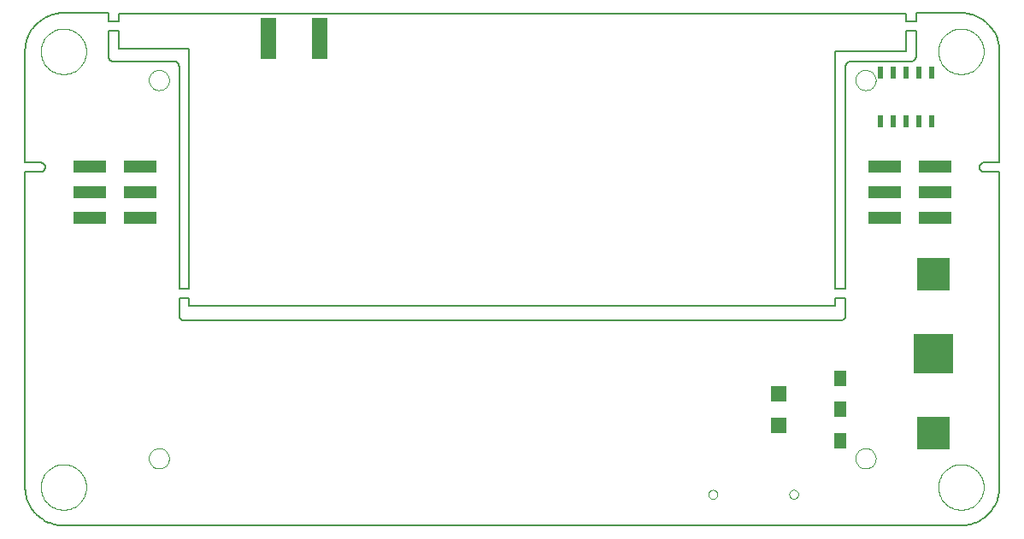
<source format=gbp>
G75*
%MOIN*%
%OFA0B0*%
%FSLAX24Y24*%
%IPPOS*%
%LPD*%
%AMOC8*
5,1,8,0,0,1.08239X$1,22.5*
%
%ADD10C,0.0050*%
%ADD11C,0.0000*%
%ADD12R,0.1560X0.1560*%
%ADD13R,0.1250X0.1250*%
%ADD14R,0.0472X0.0591*%
%ADD15R,0.0591X0.0591*%
%ADD16R,0.0200X0.0500*%
%ADD17R,0.1260X0.0500*%
%ADD18R,0.0600X0.1600*%
D10*
X002625Y004169D02*
X037625Y004169D01*
X037701Y004171D01*
X037777Y004177D01*
X037852Y004186D01*
X037927Y004200D01*
X038001Y004217D01*
X038074Y004238D01*
X038146Y004262D01*
X038217Y004291D01*
X038286Y004322D01*
X038353Y004357D01*
X038418Y004396D01*
X038482Y004438D01*
X038543Y004483D01*
X038602Y004531D01*
X038658Y004582D01*
X038712Y004636D01*
X038763Y004692D01*
X038811Y004751D01*
X038856Y004812D01*
X038898Y004876D01*
X038937Y004941D01*
X038972Y005008D01*
X039003Y005077D01*
X039032Y005148D01*
X039056Y005220D01*
X039077Y005293D01*
X039094Y005367D01*
X039108Y005442D01*
X039117Y005517D01*
X039123Y005593D01*
X039125Y005669D01*
X039125Y017976D01*
X038515Y017976D01*
X038490Y017978D01*
X038465Y017983D01*
X038441Y017992D01*
X038419Y018004D01*
X038399Y018019D01*
X038381Y018037D01*
X038366Y018057D01*
X038354Y018079D01*
X038345Y018103D01*
X038340Y018128D01*
X038338Y018153D01*
X038340Y018178D01*
X038345Y018203D01*
X038354Y018227D01*
X038366Y018249D01*
X038381Y018269D01*
X038399Y018287D01*
X038419Y018302D01*
X038441Y018314D01*
X038465Y018323D01*
X038490Y018328D01*
X038515Y018330D01*
X039125Y018330D01*
X039125Y022669D01*
X039123Y022745D01*
X039117Y022821D01*
X039108Y022896D01*
X039094Y022971D01*
X039077Y023045D01*
X039056Y023118D01*
X039032Y023190D01*
X039003Y023261D01*
X038972Y023330D01*
X038937Y023397D01*
X038898Y023462D01*
X038856Y023526D01*
X038811Y023587D01*
X038763Y023646D01*
X038712Y023702D01*
X038658Y023756D01*
X038602Y023807D01*
X038543Y023855D01*
X038482Y023900D01*
X038418Y023942D01*
X038353Y023981D01*
X038286Y024016D01*
X038217Y024047D01*
X038146Y024076D01*
X038074Y024100D01*
X038001Y024121D01*
X037927Y024138D01*
X037852Y024152D01*
X037777Y024161D01*
X037701Y024167D01*
X037625Y024169D01*
X035869Y024169D01*
X035869Y023854D01*
X035475Y023854D01*
X035475Y024149D01*
X004767Y024149D01*
X004767Y023854D01*
X004373Y023854D01*
X004373Y024169D01*
X002625Y024169D01*
X002549Y024167D01*
X002473Y024161D01*
X002398Y024152D01*
X002323Y024138D01*
X002249Y024121D01*
X002176Y024100D01*
X002104Y024076D01*
X002033Y024047D01*
X001964Y024016D01*
X001897Y023981D01*
X001832Y023942D01*
X001768Y023900D01*
X001707Y023855D01*
X001648Y023807D01*
X001592Y023756D01*
X001538Y023702D01*
X001487Y023646D01*
X001439Y023587D01*
X001394Y023526D01*
X001352Y023462D01*
X001313Y023397D01*
X001278Y023330D01*
X001247Y023261D01*
X001218Y023190D01*
X001194Y023118D01*
X001173Y023045D01*
X001156Y022971D01*
X001142Y022896D01*
X001133Y022821D01*
X001127Y022745D01*
X001125Y022669D01*
X001125Y018330D01*
X001735Y018330D01*
X001760Y018328D01*
X001785Y018323D01*
X001809Y018314D01*
X001831Y018302D01*
X001851Y018287D01*
X001869Y018269D01*
X001884Y018249D01*
X001896Y018227D01*
X001905Y018203D01*
X001910Y018178D01*
X001912Y018153D01*
X001910Y018128D01*
X001905Y018103D01*
X001896Y018079D01*
X001884Y018057D01*
X001869Y018037D01*
X001851Y018019D01*
X001831Y018004D01*
X001809Y017992D01*
X001785Y017983D01*
X001760Y017978D01*
X001735Y017976D01*
X001125Y017976D01*
X001125Y005669D01*
X001127Y005593D01*
X001133Y005517D01*
X001142Y005442D01*
X001156Y005367D01*
X001173Y005293D01*
X001194Y005220D01*
X001218Y005148D01*
X001247Y005077D01*
X001278Y005008D01*
X001313Y004941D01*
X001352Y004876D01*
X001394Y004812D01*
X001439Y004751D01*
X001487Y004692D01*
X001538Y004636D01*
X001592Y004582D01*
X001648Y004531D01*
X001707Y004483D01*
X001768Y004438D01*
X001832Y004396D01*
X001897Y004357D01*
X001964Y004322D01*
X002033Y004291D01*
X002104Y004262D01*
X002176Y004238D01*
X002249Y004217D01*
X002323Y004200D01*
X002398Y004186D01*
X002473Y004177D01*
X002549Y004171D01*
X002625Y004169D01*
X007330Y012169D02*
X032920Y012169D01*
X032946Y012171D01*
X032971Y012176D01*
X032995Y012184D01*
X033019Y012195D01*
X033040Y012210D01*
X033059Y012227D01*
X033076Y012246D01*
X033091Y012268D01*
X033102Y012291D01*
X033110Y012315D01*
X033115Y012340D01*
X033117Y012366D01*
X033117Y013027D01*
X032719Y013027D01*
X032719Y012732D01*
X007523Y012732D01*
X007523Y013027D01*
X007133Y013027D01*
X007133Y012366D01*
X007135Y012340D01*
X007140Y012315D01*
X007148Y012291D01*
X007159Y012268D01*
X007174Y012246D01*
X007191Y012227D01*
X007210Y012210D01*
X007232Y012195D01*
X007255Y012184D01*
X007279Y012176D01*
X007304Y012171D01*
X007330Y012169D01*
X007523Y013421D02*
X007133Y013421D01*
X007133Y022082D01*
X007131Y022108D01*
X007126Y022133D01*
X007118Y022157D01*
X007107Y022181D01*
X007092Y022202D01*
X007075Y022221D01*
X007056Y022238D01*
X007035Y022253D01*
X007011Y022264D01*
X006987Y022272D01*
X006962Y022277D01*
X006936Y022279D01*
X004570Y022279D01*
X004544Y022281D01*
X004519Y022286D01*
X004495Y022294D01*
X004472Y022305D01*
X004450Y022320D01*
X004431Y022337D01*
X004414Y022356D01*
X004399Y022378D01*
X004388Y022401D01*
X004380Y022425D01*
X004375Y022450D01*
X004373Y022476D01*
X004373Y023460D01*
X004767Y023460D01*
X004767Y022771D01*
X007523Y022771D01*
X007523Y013421D01*
X032719Y013421D02*
X033117Y013421D01*
X033117Y022082D01*
X033119Y022108D01*
X033124Y022133D01*
X033132Y022157D01*
X033143Y022181D01*
X033158Y022202D01*
X033175Y022221D01*
X033194Y022238D01*
X033216Y022253D01*
X033239Y022264D01*
X033263Y022272D01*
X033288Y022277D01*
X033314Y022279D01*
X035672Y022279D01*
X035698Y022281D01*
X035723Y022286D01*
X035747Y022294D01*
X035771Y022305D01*
X035792Y022320D01*
X035811Y022337D01*
X035828Y022356D01*
X035843Y022378D01*
X035854Y022401D01*
X035862Y022425D01*
X035867Y022450D01*
X035869Y022476D01*
X035869Y023460D01*
X035475Y023460D01*
X035475Y022673D01*
X032719Y022673D01*
X032719Y013421D01*
D11*
X033511Y006787D02*
X033513Y006826D01*
X033519Y006865D01*
X033529Y006903D01*
X033542Y006940D01*
X033559Y006975D01*
X033579Y007009D01*
X033603Y007040D01*
X033630Y007069D01*
X033659Y007095D01*
X033691Y007118D01*
X033725Y007138D01*
X033761Y007154D01*
X033798Y007166D01*
X033837Y007175D01*
X033876Y007180D01*
X033915Y007181D01*
X033954Y007178D01*
X033993Y007171D01*
X034030Y007160D01*
X034067Y007146D01*
X034102Y007128D01*
X034135Y007107D01*
X034166Y007082D01*
X034194Y007055D01*
X034219Y007025D01*
X034241Y006992D01*
X034260Y006958D01*
X034275Y006922D01*
X034287Y006884D01*
X034295Y006846D01*
X034299Y006807D01*
X034299Y006767D01*
X034295Y006728D01*
X034287Y006690D01*
X034275Y006652D01*
X034260Y006616D01*
X034241Y006582D01*
X034219Y006549D01*
X034194Y006519D01*
X034166Y006492D01*
X034135Y006467D01*
X034102Y006446D01*
X034067Y006428D01*
X034030Y006414D01*
X033993Y006403D01*
X033954Y006396D01*
X033915Y006393D01*
X033876Y006394D01*
X033837Y006399D01*
X033798Y006408D01*
X033761Y006420D01*
X033725Y006436D01*
X033691Y006456D01*
X033659Y006479D01*
X033630Y006505D01*
X033603Y006534D01*
X033579Y006565D01*
X033559Y006599D01*
X033542Y006634D01*
X033529Y006671D01*
X033519Y006709D01*
X033513Y006748D01*
X033511Y006787D01*
X030926Y005387D02*
X030928Y005413D01*
X030934Y005439D01*
X030943Y005463D01*
X030956Y005486D01*
X030973Y005506D01*
X030992Y005524D01*
X031014Y005539D01*
X031037Y005550D01*
X031062Y005558D01*
X031088Y005562D01*
X031114Y005562D01*
X031140Y005558D01*
X031165Y005550D01*
X031189Y005539D01*
X031210Y005524D01*
X031229Y005506D01*
X031246Y005486D01*
X031259Y005463D01*
X031268Y005439D01*
X031274Y005413D01*
X031276Y005387D01*
X031274Y005361D01*
X031268Y005335D01*
X031259Y005311D01*
X031246Y005288D01*
X031229Y005268D01*
X031210Y005250D01*
X031188Y005235D01*
X031165Y005224D01*
X031140Y005216D01*
X031114Y005212D01*
X031088Y005212D01*
X031062Y005216D01*
X031037Y005224D01*
X031013Y005235D01*
X030992Y005250D01*
X030973Y005268D01*
X030956Y005288D01*
X030943Y005311D01*
X030934Y005335D01*
X030928Y005361D01*
X030926Y005387D01*
X027776Y005387D02*
X027778Y005413D01*
X027784Y005439D01*
X027793Y005463D01*
X027806Y005486D01*
X027823Y005506D01*
X027842Y005524D01*
X027864Y005539D01*
X027887Y005550D01*
X027912Y005558D01*
X027938Y005562D01*
X027964Y005562D01*
X027990Y005558D01*
X028015Y005550D01*
X028039Y005539D01*
X028060Y005524D01*
X028079Y005506D01*
X028096Y005486D01*
X028109Y005463D01*
X028118Y005439D01*
X028124Y005413D01*
X028126Y005387D01*
X028124Y005361D01*
X028118Y005335D01*
X028109Y005311D01*
X028096Y005288D01*
X028079Y005268D01*
X028060Y005250D01*
X028038Y005235D01*
X028015Y005224D01*
X027990Y005216D01*
X027964Y005212D01*
X027938Y005212D01*
X027912Y005216D01*
X027887Y005224D01*
X027863Y005235D01*
X027842Y005250D01*
X027823Y005268D01*
X027806Y005288D01*
X027793Y005311D01*
X027784Y005335D01*
X027778Y005361D01*
X027776Y005387D01*
X036739Y005669D02*
X036741Y005728D01*
X036747Y005787D01*
X036757Y005845D01*
X036770Y005903D01*
X036788Y005960D01*
X036809Y006015D01*
X036834Y006069D01*
X036863Y006121D01*
X036895Y006170D01*
X036930Y006218D01*
X036968Y006263D01*
X037009Y006306D01*
X037053Y006346D01*
X037099Y006382D01*
X037148Y006416D01*
X037199Y006446D01*
X037252Y006473D01*
X037307Y006496D01*
X037362Y006515D01*
X037420Y006531D01*
X037478Y006543D01*
X037536Y006551D01*
X037595Y006555D01*
X037655Y006555D01*
X037714Y006551D01*
X037772Y006543D01*
X037830Y006531D01*
X037888Y006515D01*
X037943Y006496D01*
X037998Y006473D01*
X038051Y006446D01*
X038102Y006416D01*
X038151Y006382D01*
X038197Y006346D01*
X038241Y006306D01*
X038282Y006263D01*
X038320Y006218D01*
X038355Y006170D01*
X038387Y006121D01*
X038416Y006069D01*
X038441Y006015D01*
X038462Y005960D01*
X038480Y005903D01*
X038493Y005845D01*
X038503Y005787D01*
X038509Y005728D01*
X038511Y005669D01*
X038509Y005610D01*
X038503Y005551D01*
X038493Y005493D01*
X038480Y005435D01*
X038462Y005378D01*
X038441Y005323D01*
X038416Y005269D01*
X038387Y005217D01*
X038355Y005168D01*
X038320Y005120D01*
X038282Y005075D01*
X038241Y005032D01*
X038197Y004992D01*
X038151Y004956D01*
X038102Y004922D01*
X038051Y004892D01*
X037998Y004865D01*
X037943Y004842D01*
X037888Y004823D01*
X037830Y004807D01*
X037772Y004795D01*
X037714Y004787D01*
X037655Y004783D01*
X037595Y004783D01*
X037536Y004787D01*
X037478Y004795D01*
X037420Y004807D01*
X037362Y004823D01*
X037307Y004842D01*
X037252Y004865D01*
X037199Y004892D01*
X037148Y004922D01*
X037099Y004956D01*
X037053Y004992D01*
X037009Y005032D01*
X036968Y005075D01*
X036930Y005120D01*
X036895Y005168D01*
X036863Y005217D01*
X036834Y005269D01*
X036809Y005323D01*
X036788Y005378D01*
X036770Y005435D01*
X036757Y005493D01*
X036747Y005551D01*
X036741Y005610D01*
X036739Y005669D01*
X033511Y021551D02*
X033513Y021590D01*
X033519Y021629D01*
X033529Y021667D01*
X033542Y021704D01*
X033559Y021739D01*
X033579Y021773D01*
X033603Y021804D01*
X033630Y021833D01*
X033659Y021859D01*
X033691Y021882D01*
X033725Y021902D01*
X033761Y021918D01*
X033798Y021930D01*
X033837Y021939D01*
X033876Y021944D01*
X033915Y021945D01*
X033954Y021942D01*
X033993Y021935D01*
X034030Y021924D01*
X034067Y021910D01*
X034102Y021892D01*
X034135Y021871D01*
X034166Y021846D01*
X034194Y021819D01*
X034219Y021789D01*
X034241Y021756D01*
X034260Y021722D01*
X034275Y021686D01*
X034287Y021648D01*
X034295Y021610D01*
X034299Y021571D01*
X034299Y021531D01*
X034295Y021492D01*
X034287Y021454D01*
X034275Y021416D01*
X034260Y021380D01*
X034241Y021346D01*
X034219Y021313D01*
X034194Y021283D01*
X034166Y021256D01*
X034135Y021231D01*
X034102Y021210D01*
X034067Y021192D01*
X034030Y021178D01*
X033993Y021167D01*
X033954Y021160D01*
X033915Y021157D01*
X033876Y021158D01*
X033837Y021163D01*
X033798Y021172D01*
X033761Y021184D01*
X033725Y021200D01*
X033691Y021220D01*
X033659Y021243D01*
X033630Y021269D01*
X033603Y021298D01*
X033579Y021329D01*
X033559Y021363D01*
X033542Y021398D01*
X033529Y021435D01*
X033519Y021473D01*
X033513Y021512D01*
X033511Y021551D01*
X036739Y022669D02*
X036741Y022728D01*
X036747Y022787D01*
X036757Y022845D01*
X036770Y022903D01*
X036788Y022960D01*
X036809Y023015D01*
X036834Y023069D01*
X036863Y023121D01*
X036895Y023170D01*
X036930Y023218D01*
X036968Y023263D01*
X037009Y023306D01*
X037053Y023346D01*
X037099Y023382D01*
X037148Y023416D01*
X037199Y023446D01*
X037252Y023473D01*
X037307Y023496D01*
X037362Y023515D01*
X037420Y023531D01*
X037478Y023543D01*
X037536Y023551D01*
X037595Y023555D01*
X037655Y023555D01*
X037714Y023551D01*
X037772Y023543D01*
X037830Y023531D01*
X037888Y023515D01*
X037943Y023496D01*
X037998Y023473D01*
X038051Y023446D01*
X038102Y023416D01*
X038151Y023382D01*
X038197Y023346D01*
X038241Y023306D01*
X038282Y023263D01*
X038320Y023218D01*
X038355Y023170D01*
X038387Y023121D01*
X038416Y023069D01*
X038441Y023015D01*
X038462Y022960D01*
X038480Y022903D01*
X038493Y022845D01*
X038503Y022787D01*
X038509Y022728D01*
X038511Y022669D01*
X038509Y022610D01*
X038503Y022551D01*
X038493Y022493D01*
X038480Y022435D01*
X038462Y022378D01*
X038441Y022323D01*
X038416Y022269D01*
X038387Y022217D01*
X038355Y022168D01*
X038320Y022120D01*
X038282Y022075D01*
X038241Y022032D01*
X038197Y021992D01*
X038151Y021956D01*
X038102Y021922D01*
X038051Y021892D01*
X037998Y021865D01*
X037943Y021842D01*
X037888Y021823D01*
X037830Y021807D01*
X037772Y021795D01*
X037714Y021787D01*
X037655Y021783D01*
X037595Y021783D01*
X037536Y021787D01*
X037478Y021795D01*
X037420Y021807D01*
X037362Y021823D01*
X037307Y021842D01*
X037252Y021865D01*
X037199Y021892D01*
X037148Y021922D01*
X037099Y021956D01*
X037053Y021992D01*
X037009Y022032D01*
X036968Y022075D01*
X036930Y022120D01*
X036895Y022168D01*
X036863Y022217D01*
X036834Y022269D01*
X036809Y022323D01*
X036788Y022378D01*
X036770Y022435D01*
X036757Y022493D01*
X036747Y022551D01*
X036741Y022610D01*
X036739Y022669D01*
X005951Y021551D02*
X005953Y021590D01*
X005959Y021629D01*
X005969Y021667D01*
X005982Y021704D01*
X005999Y021739D01*
X006019Y021773D01*
X006043Y021804D01*
X006070Y021833D01*
X006099Y021859D01*
X006131Y021882D01*
X006165Y021902D01*
X006201Y021918D01*
X006238Y021930D01*
X006277Y021939D01*
X006316Y021944D01*
X006355Y021945D01*
X006394Y021942D01*
X006433Y021935D01*
X006470Y021924D01*
X006507Y021910D01*
X006542Y021892D01*
X006575Y021871D01*
X006606Y021846D01*
X006634Y021819D01*
X006659Y021789D01*
X006681Y021756D01*
X006700Y021722D01*
X006715Y021686D01*
X006727Y021648D01*
X006735Y021610D01*
X006739Y021571D01*
X006739Y021531D01*
X006735Y021492D01*
X006727Y021454D01*
X006715Y021416D01*
X006700Y021380D01*
X006681Y021346D01*
X006659Y021313D01*
X006634Y021283D01*
X006606Y021256D01*
X006575Y021231D01*
X006542Y021210D01*
X006507Y021192D01*
X006470Y021178D01*
X006433Y021167D01*
X006394Y021160D01*
X006355Y021157D01*
X006316Y021158D01*
X006277Y021163D01*
X006238Y021172D01*
X006201Y021184D01*
X006165Y021200D01*
X006131Y021220D01*
X006099Y021243D01*
X006070Y021269D01*
X006043Y021298D01*
X006019Y021329D01*
X005999Y021363D01*
X005982Y021398D01*
X005969Y021435D01*
X005959Y021473D01*
X005953Y021512D01*
X005951Y021551D01*
X001739Y022669D02*
X001741Y022728D01*
X001747Y022787D01*
X001757Y022845D01*
X001770Y022903D01*
X001788Y022960D01*
X001809Y023015D01*
X001834Y023069D01*
X001863Y023121D01*
X001895Y023170D01*
X001930Y023218D01*
X001968Y023263D01*
X002009Y023306D01*
X002053Y023346D01*
X002099Y023382D01*
X002148Y023416D01*
X002199Y023446D01*
X002252Y023473D01*
X002307Y023496D01*
X002362Y023515D01*
X002420Y023531D01*
X002478Y023543D01*
X002536Y023551D01*
X002595Y023555D01*
X002655Y023555D01*
X002714Y023551D01*
X002772Y023543D01*
X002830Y023531D01*
X002888Y023515D01*
X002943Y023496D01*
X002998Y023473D01*
X003051Y023446D01*
X003102Y023416D01*
X003151Y023382D01*
X003197Y023346D01*
X003241Y023306D01*
X003282Y023263D01*
X003320Y023218D01*
X003355Y023170D01*
X003387Y023121D01*
X003416Y023069D01*
X003441Y023015D01*
X003462Y022960D01*
X003480Y022903D01*
X003493Y022845D01*
X003503Y022787D01*
X003509Y022728D01*
X003511Y022669D01*
X003509Y022610D01*
X003503Y022551D01*
X003493Y022493D01*
X003480Y022435D01*
X003462Y022378D01*
X003441Y022323D01*
X003416Y022269D01*
X003387Y022217D01*
X003355Y022168D01*
X003320Y022120D01*
X003282Y022075D01*
X003241Y022032D01*
X003197Y021992D01*
X003151Y021956D01*
X003102Y021922D01*
X003051Y021892D01*
X002998Y021865D01*
X002943Y021842D01*
X002888Y021823D01*
X002830Y021807D01*
X002772Y021795D01*
X002714Y021787D01*
X002655Y021783D01*
X002595Y021783D01*
X002536Y021787D01*
X002478Y021795D01*
X002420Y021807D01*
X002362Y021823D01*
X002307Y021842D01*
X002252Y021865D01*
X002199Y021892D01*
X002148Y021922D01*
X002099Y021956D01*
X002053Y021992D01*
X002009Y022032D01*
X001968Y022075D01*
X001930Y022120D01*
X001895Y022168D01*
X001863Y022217D01*
X001834Y022269D01*
X001809Y022323D01*
X001788Y022378D01*
X001770Y022435D01*
X001757Y022493D01*
X001747Y022551D01*
X001741Y022610D01*
X001739Y022669D01*
X005951Y006787D02*
X005953Y006826D01*
X005959Y006865D01*
X005969Y006903D01*
X005982Y006940D01*
X005999Y006975D01*
X006019Y007009D01*
X006043Y007040D01*
X006070Y007069D01*
X006099Y007095D01*
X006131Y007118D01*
X006165Y007138D01*
X006201Y007154D01*
X006238Y007166D01*
X006277Y007175D01*
X006316Y007180D01*
X006355Y007181D01*
X006394Y007178D01*
X006433Y007171D01*
X006470Y007160D01*
X006507Y007146D01*
X006542Y007128D01*
X006575Y007107D01*
X006606Y007082D01*
X006634Y007055D01*
X006659Y007025D01*
X006681Y006992D01*
X006700Y006958D01*
X006715Y006922D01*
X006727Y006884D01*
X006735Y006846D01*
X006739Y006807D01*
X006739Y006767D01*
X006735Y006728D01*
X006727Y006690D01*
X006715Y006652D01*
X006700Y006616D01*
X006681Y006582D01*
X006659Y006549D01*
X006634Y006519D01*
X006606Y006492D01*
X006575Y006467D01*
X006542Y006446D01*
X006507Y006428D01*
X006470Y006414D01*
X006433Y006403D01*
X006394Y006396D01*
X006355Y006393D01*
X006316Y006394D01*
X006277Y006399D01*
X006238Y006408D01*
X006201Y006420D01*
X006165Y006436D01*
X006131Y006456D01*
X006099Y006479D01*
X006070Y006505D01*
X006043Y006534D01*
X006019Y006565D01*
X005999Y006599D01*
X005982Y006634D01*
X005969Y006671D01*
X005959Y006709D01*
X005953Y006748D01*
X005951Y006787D01*
X001739Y005669D02*
X001741Y005728D01*
X001747Y005787D01*
X001757Y005845D01*
X001770Y005903D01*
X001788Y005960D01*
X001809Y006015D01*
X001834Y006069D01*
X001863Y006121D01*
X001895Y006170D01*
X001930Y006218D01*
X001968Y006263D01*
X002009Y006306D01*
X002053Y006346D01*
X002099Y006382D01*
X002148Y006416D01*
X002199Y006446D01*
X002252Y006473D01*
X002307Y006496D01*
X002362Y006515D01*
X002420Y006531D01*
X002478Y006543D01*
X002536Y006551D01*
X002595Y006555D01*
X002655Y006555D01*
X002714Y006551D01*
X002772Y006543D01*
X002830Y006531D01*
X002888Y006515D01*
X002943Y006496D01*
X002998Y006473D01*
X003051Y006446D01*
X003102Y006416D01*
X003151Y006382D01*
X003197Y006346D01*
X003241Y006306D01*
X003282Y006263D01*
X003320Y006218D01*
X003355Y006170D01*
X003387Y006121D01*
X003416Y006069D01*
X003441Y006015D01*
X003462Y005960D01*
X003480Y005903D01*
X003493Y005845D01*
X003503Y005787D01*
X003509Y005728D01*
X003511Y005669D01*
X003509Y005610D01*
X003503Y005551D01*
X003493Y005493D01*
X003480Y005435D01*
X003462Y005378D01*
X003441Y005323D01*
X003416Y005269D01*
X003387Y005217D01*
X003355Y005168D01*
X003320Y005120D01*
X003282Y005075D01*
X003241Y005032D01*
X003197Y004992D01*
X003151Y004956D01*
X003102Y004922D01*
X003051Y004892D01*
X002998Y004865D01*
X002943Y004842D01*
X002888Y004823D01*
X002830Y004807D01*
X002772Y004795D01*
X002714Y004787D01*
X002655Y004783D01*
X002595Y004783D01*
X002536Y004787D01*
X002478Y004795D01*
X002420Y004807D01*
X002362Y004823D01*
X002307Y004842D01*
X002252Y004865D01*
X002199Y004892D01*
X002148Y004922D01*
X002099Y004956D01*
X002053Y004992D01*
X002009Y005032D01*
X001968Y005075D01*
X001930Y005120D01*
X001895Y005168D01*
X001863Y005217D01*
X001834Y005269D01*
X001809Y005323D01*
X001788Y005378D01*
X001770Y005435D01*
X001757Y005493D01*
X001747Y005551D01*
X001741Y005610D01*
X001739Y005669D01*
D12*
X036558Y010862D03*
D13*
X036558Y013962D03*
X036558Y007762D03*
D14*
X032905Y007476D03*
X032905Y008696D03*
X032905Y009917D03*
D15*
X030503Y009307D03*
X030503Y008086D03*
D16*
X034475Y019951D03*
X034975Y019951D03*
X035475Y019951D03*
X035975Y019951D03*
X036475Y019951D03*
X036475Y021851D03*
X035975Y021851D03*
X035475Y021851D03*
X034975Y021851D03*
X034475Y021851D03*
D17*
X034633Y018169D03*
X034633Y017169D03*
X034633Y016169D03*
X036617Y016169D03*
X036617Y017169D03*
X036617Y018169D03*
X005617Y018169D03*
X005617Y017169D03*
X005617Y016169D03*
X003633Y016169D03*
X003633Y017169D03*
X003633Y018169D03*
D18*
X010625Y023169D03*
X012625Y023169D03*
M02*

</source>
